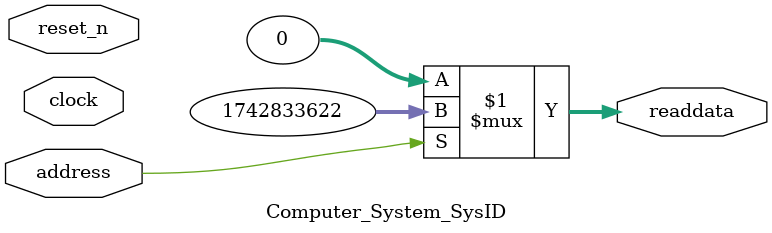
<source format=v>



// synthesis translate_off
`timescale 1ns / 1ps
// synthesis translate_on

// turn off superfluous verilog processor warnings 
// altera message_level Level1 
// altera message_off 10034 10035 10036 10037 10230 10240 10030 

module Computer_System_SysID (
               // inputs:
                address,
                clock,
                reset_n,

               // outputs:
                readdata
             )
;

  output  [ 31: 0] readdata;
  input            address;
  input            clock;
  input            reset_n;

  wire    [ 31: 0] readdata;
  //control_slave, which is an e_avalon_slave
  assign readdata = address ? 1742833622 : 0;

endmodule



</source>
